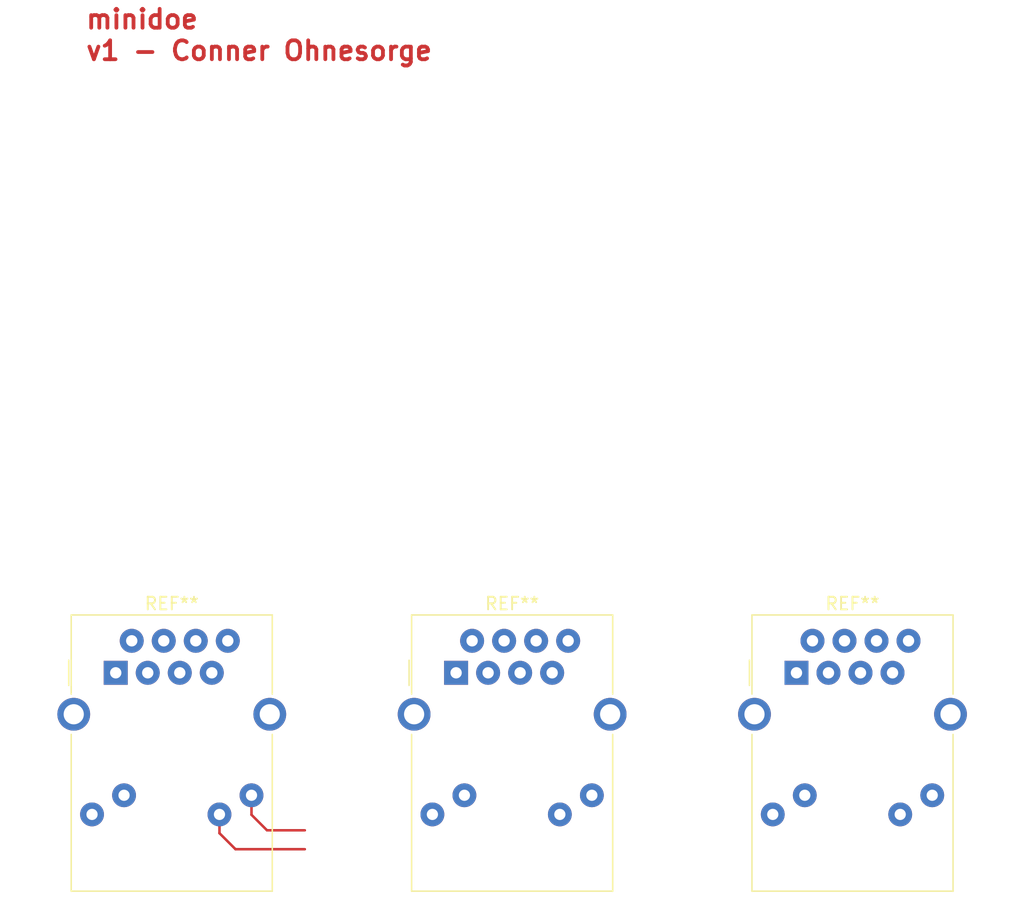
<source format=kicad_pcb>
(kicad_pcb (version 20241229) (generator "pcbnew") (generator_version "9.0")
  (layers (0 "F.Cu" signal) (2 "B.Cu" signal) (13 "F.Paste" user) (15 "B.Paste" user) (5 "F.SilkS" user "F.Silkscreen") (7 "B.SilkS" user "B.Silkscreen") (1 "F.Mask" user) (3 "B.Mask" user) (25 "Edge.Cuts" user))
  (net 0 "")
  (footprint "Connector_RJ:RJ45_Amphenol_RJMG1BD3B8K1ANR" (layer "F.Cu") (at 53.5 154.5)
    (property "Reference" "REF**" (at 4.445 -5.49 0) (layer "F.SilkS"))
    (property "Value" "RJ45_Amphenol_RJMG1BD3B8K1ANR")
    (fp_line (start -3.73 -1) (end -3.73 1) (stroke (width 0.12)) (layer "F.SilkS"))
    (fp_line (start -3.53 -4.59) (end 12.42 -4.59) (stroke (width 0.12)) (layer "F.SilkS"))
    (fp_line (start -3.53 1.69) (end -3.53 -4.59) (stroke (width 0.12)) (layer "F.SilkS"))
    (fp_line (start -3.53 17.33) (end -3.53 4.89) (stroke (width 0.12)) (layer "F.SilkS"))
    (fp_line (start 12.42 -4.59) (end 12.42 1.69) (stroke (width 0.12)) (layer "F.SilkS"))
    (fp_line (start 12.42 4.89) (end 12.42 17.33) (stroke (width 0.12)) (layer "F.SilkS"))
    (fp_line (start 12.42 17.33) (end -3.53 17.33) (stroke (width 0.12)) (layer "F.SilkS"))
    (pad "" np_thru_hole circle (at -1.27 6.34) (size 3.25 3.25) (drill 3.25) (layers "*.Cu" "*.Mask"))
    (pad "" np_thru_hole circle (at 10.16 6.34) (size 3.25 3.25) (drill 3.25) (layers "*.Cu" "*.Mask"))
    (pad "L1" thru_hole circle (at 10.77 9.72) (size 1.89 1.89) (drill 0.89) (layers "*.Cu" "*.Mask"))
    (pad "L2" thru_hole circle (at 8.23 11.24) (size 1.89 1.89) (drill 0.89) (layers "*.Cu" "*.Mask"))
    (pad "L3" thru_hole circle (at 0.66 9.72) (size 1.89 1.89) (drill 0.89) (layers "*.Cu" "*.Mask"))
    (pad "L4" thru_hole circle (at -1.88 11.24) (size 1.89 1.89) (drill 0.89) (layers "*.Cu" "*.Mask"))
    (pad "R1" thru_hole rect (at 0 0) (size 1.9 1.9) (drill 0.9) (layers "*.Cu" "*.Mask"))
    (pad "R2" thru_hole circle (at 1.27 -2.54) (size 1.9 1.9) (drill 0.9) (layers "*.Cu" "*.Mask"))
    (pad "R3" thru_hole circle (at 2.54 0) (size 1.9 1.9) (drill 0.9) (layers "*.Cu" "*.Mask"))
    (pad "R4" thru_hole circle (at 3.81 -2.54) (size 1.9 1.9) (drill 0.9) (layers "*.Cu" "*.Mask"))
    (pad "R5" thru_hole circle (at 5.08 0) (size 1.9 1.9) (drill 0.9) (layers "*.Cu" "*.Mask"))
    (pad "R6" thru_hole circle (at 6.35 -2.54) (size 1.9 1.9) (drill 0.9) (layers "*.Cu" "*.Mask"))
    (pad "R7" thru_hole circle (at 7.62 0) (size 1.9 1.9) (drill 0.9) (layers "*.Cu" "*.Mask"))
    (pad "R8" thru_hole circle (at 8.89 -2.54) (size 1.9 1.9) (drill 0.9) (layers "*.Cu" "*.Mask"))
    (pad "SH" thru_hole circle (at -3.33 3.29) (size 2.6 2.6) (drill 1.6) (layers "*.Cu" "*.Mask"))
    (pad "SH" thru_hole circle (at 12.22 3.29) (size 2.6 2.6) (drill 1.6) (layers "*.Cu" "*.Mask"))
  )
  (footprint "Connector_RJ:RJ45_Amphenol_RJMG1BD3B8K1ANR" (layer "F.Cu") (at 80.5 154.5)
    (property "Reference" "REF**" (at 4.445 -5.49 0) (layer "F.SilkS"))
    (property "Value" "RJ45_Amphenol_RJMG1BD3B8K1ANR")
    (fp_line (start -3.73 -1) (end -3.73 1) (stroke (width 0.12)) (layer "F.SilkS"))
    (fp_line (start -3.53 -4.59) (end 12.42 -4.59) (stroke (width 0.12)) (layer "F.SilkS"))
    (fp_line (start -3.53 1.69) (end -3.53 -4.59) (stroke (width 0.12)) (layer "F.SilkS"))
    (fp_line (start -3.53 17.33) (end -3.53 4.89) (stroke (width 0.12)) (layer "F.SilkS"))
    (fp_line (start 12.42 -4.59) (end 12.42 1.69) (stroke (width 0.12)) (layer "F.SilkS"))
    (fp_line (start 12.42 4.89) (end 12.42 17.33) (stroke (width 0.12)) (layer "F.SilkS"))
    (fp_line (start 12.42 17.33) (end -3.53 17.33) (stroke (width 0.12)) (layer "F.SilkS"))
    (pad "" np_thru_hole circle (at -1.27 6.34) (size 3.25 3.25) (drill 3.25) (layers "*.Cu" "*.Mask"))
    (pad "" np_thru_hole circle (at 10.16 6.34) (size 3.25 3.25) (drill 3.25) (layers "*.Cu" "*.Mask"))
    (pad "L1" thru_hole circle (at 10.77 9.72) (size 1.89 1.89) (drill 0.89) (layers "*.Cu" "*.Mask"))
    (pad "L2" thru_hole circle (at 8.23 11.24) (size 1.89 1.89) (drill 0.89) (layers "*.Cu" "*.Mask"))
    (pad "L3" thru_hole circle (at 0.66 9.72) (size 1.89 1.89) (drill 0.89) (layers "*.Cu" "*.Mask"))
    (pad "L4" thru_hole circle (at -1.88 11.24) (size 1.89 1.89) (drill 0.89) (layers "*.Cu" "*.Mask"))
    (pad "R1" thru_hole rect (at 0 0) (size 1.9 1.9) (drill 0.9) (layers "*.Cu" "*.Mask"))
    (pad "R2" thru_hole circle (at 1.27 -2.54) (size 1.9 1.9) (drill 0.9) (layers "*.Cu" "*.Mask"))
    (pad "R3" thru_hole circle (at 2.54 0) (size 1.9 1.9) (drill 0.9) (layers "*.Cu" "*.Mask"))
    (pad "R4" thru_hole circle (at 3.81 -2.54) (size 1.9 1.9) (drill 0.9) (layers "*.Cu" "*.Mask"))
    (pad "R5" thru_hole circle (at 5.08 0) (size 1.9 1.9) (drill 0.9) (layers "*.Cu" "*.Mask"))
    (pad "R6" thru_hole circle (at 6.35 -2.54) (size 1.9 1.9) (drill 0.9) (layers "*.Cu" "*.Mask"))
    (pad "R7" thru_hole circle (at 7.62 0) (size 1.9 1.9) (drill 0.9) (layers "*.Cu" "*.Mask"))
    (pad "R8" thru_hole circle (at 8.89 -2.54) (size 1.9 1.9) (drill 0.9) (layers "*.Cu" "*.Mask"))
    (pad "SH" thru_hole circle (at -3.33 3.29) (size 2.6 2.6) (drill 1.6) (layers "*.Cu" "*.Mask"))
    (pad "SH" thru_hole circle (at 12.22 3.29) (size 2.6 2.6) (drill 1.6) (layers "*.Cu" "*.Mask"))
  )
  (footprint "Connector_RJ:RJ45_Amphenol_RJMG1BD3B8K1ANR" (layer "F.Cu") (at 107.5 154.5)
    (property "Reference" "REF**" (at 4.445 -5.49 0) (layer "F.SilkS"))
    (property "Value" "RJ45_Amphenol_RJMG1BD3B8K1ANR")
    (fp_line (start -3.73 -1) (end -3.73 1) (stroke (width 0.12)) (layer "F.SilkS"))
    (fp_line (start -3.53 -4.59) (end 12.42 -4.59) (stroke (width 0.12)) (layer "F.SilkS"))
    (fp_line (start -3.53 1.69) (end -3.53 -4.59) (stroke (width 0.12)) (layer "F.SilkS"))
    (fp_line (start -3.53 17.33) (end -3.53 4.89) (stroke (width 0.12)) (layer "F.SilkS"))
    (fp_line (start 12.42 -4.59) (end 12.42 1.69) (stroke (width 0.12)) (layer "F.SilkS"))
    (fp_line (start 12.42 4.89) (end 12.42 17.33) (stroke (width 0.12)) (layer "F.SilkS"))
    (fp_line (start 12.42 17.33) (end -3.53 17.33) (stroke (width 0.12)) (layer "F.SilkS"))
    (pad "" np_thru_hole circle (at -1.27 6.34) (size 3.25 3.25) (drill 3.25) (layers "*.Cu" "*.Mask"))
    (pad "" np_thru_hole circle (at 10.16 6.34) (size 3.25 3.25) (drill 3.25) (layers "*.Cu" "*.Mask"))
    (pad "L1" thru_hole circle (at 10.77 9.72) (size 1.89 1.89) (drill 0.89) (layers "*.Cu" "*.Mask"))
    (pad "L2" thru_hole circle (at 8.23 11.24) (size 1.89 1.89) (drill 0.89) (layers "*.Cu" "*.Mask"))
    (pad "L3" thru_hole circle (at 0.66 9.72) (size 1.89 1.89) (drill 0.89) (layers "*.Cu" "*.Mask"))
    (pad "L4" thru_hole circle (at -1.88 11.24) (size 1.89 1.89) (drill 0.89) (layers "*.Cu" "*.Mask"))
    (pad "R1" thru_hole rect (at 0 0) (size 1.9 1.9) (drill 0.9) (layers "*.Cu" "*.Mask"))
    (pad "R2" thru_hole circle (at 1.27 -2.54) (size 1.9 1.9) (drill 0.9) (layers "*.Cu" "*.Mask"))
    (pad "R3" thru_hole circle (at 2.54 0) (size 1.9 1.9) (drill 0.9) (layers "*.Cu" "*.Mask"))
    (pad "R4" thru_hole circle (at 3.81 -2.54) (size 1.9 1.9) (drill 0.9) (layers "*.Cu" "*.Mask"))
    (pad "R5" thru_hole circle (at 5.08 0) (size 1.9 1.9) (drill 0.9) (layers "*.Cu" "*.Mask"))
    (pad "R6" thru_hole circle (at 6.35 -2.54) (size 1.9 1.9) (drill 0.9) (layers "*.Cu" "*.Mask"))
    (pad "R7" thru_hole circle (at 7.62 0) (size 1.9 1.9) (drill 0.9) (layers "*.Cu" "*.Mask"))
    (pad "R8" thru_hole circle (at 8.89 -2.54) (size 1.9 1.9) (drill 0.9) (layers "*.Cu" "*.Mask"))
    (pad "SH" thru_hole circle (at -3.33 3.29) (size 2.6 2.6) (drill 1.6) (layers "*.Cu" "*.Mask"))
    (pad "SH" thru_hole circle (at 12.22 3.29) (size 2.6 2.6) (drill 1.6) (layers "*.Cu" "*.Mask"))
  )
  (gr_text "minidoe" (at 51 103.5 0) (layer "F.Cu") (effects (font (size 1.5 1.5) (thickness 0.3) (bold yes)) (justify left bottom)))
  (gr_text "v1 - Conner Ohnesorge" (at 51 106 0) (layer "F.Cu") (effects (font (size 1.5 1.5) (thickness 0.3) (bold yes)) (justify left bottom)))
  (segment (start 61.73 165.74) (end 61.73 167.23) (width 0.2) (layer "F.Cu") (net 0))
  (segment (start 64.27 164.22) (end 64.27 165.77) (width 0.2) (layer "F.Cu") (net 0))
  (segment (start 61.73 167.23) (end 63 168.5) (width 0.2) (layer "F.Cu") (net 0))
  (segment (start 63 168.5) (end 68.5 168.5) (width 0.2) (layer "F.Cu") (net 0))
  (segment (start 65.5 167) (end 68.5 167) (width 0.2) (layer "F.Cu") (net 0))
  (segment (start 64.27 165.77) (end 65.5 167) (width 0.2) (layer "F.Cu") (net 0))
)
</source>
